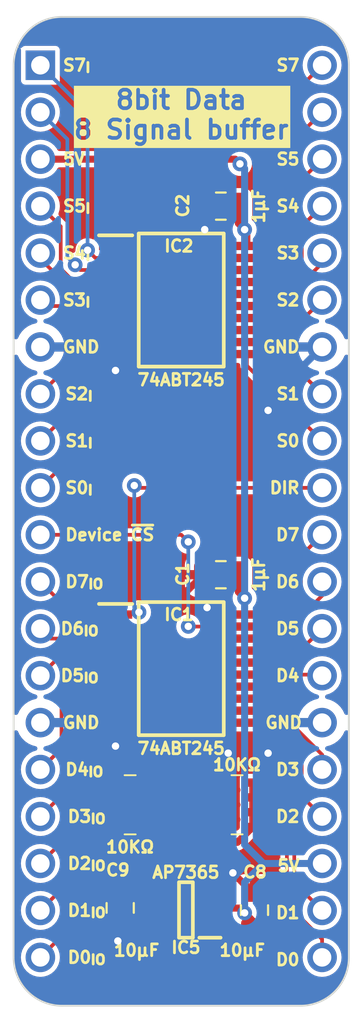
<source format=kicad_pcb>
(kicad_pcb (version 20221018) (generator pcbnew)
  (layers (0 "F.Cu" signal) (31 "B.Cu" signal) (36 "B.SilkS" user "B.Silkscreen") (37 "F.SilkS" user "F.Silkscreen") (38 "B.Mask" user) (39 "F.Mask" user) (44 "Edge.Cuts" user))
  (net 0 "")
  (net 1 "/5V")
  (net 2 "/GND")
  (net 3 "/3.3V")
  (net 4 "/DIR")
  (net 5 "/D0_{IN{slash}OUT}")
  (net 6 "/D1_{IN{slash}OUT}")
  (net 7 "/D2_{IN{slash}OUT}")
  (net 8 "/D3_{IN{slash}OUT}")
  (net 9 "/D4_{IN{slash}OUT}")
  (net 10 "/D5_{IN{slash}OUT}")
  (net 12 "/D0")
  (net 13 "/D1")
  (net 14 "/D2")
  (net 15 "/D3")
  (net 16 "/D4")
  (net 17 "/D5")
  (net 18 "/D6")
  (net 19 "/D7")
  (net 20 "/D6_{IN{slash}OUT}")
  (net 21 "/D7_{IN{slash}OUT}")
  (net 22 "/Device ~{CS}")
  (net 23 "/S0_{IN}")
  (net 24 "/S1_{IN}")
  (net 25 "/S2_{IN}")
  (net 26 "/S3_{IN}")
  (net 27 "/S4_{IN}")
  (net 28 "/S5_{IN}")
  (net 29 "/S6_{IN}")
  (net 30 "/S7_{IN}")
  (net 31 "/S7")
  (net 32 "/S6")
  (net 33 "/S5")
  (net 34 "/S4")
  (net 35 "/S3")
  (net 36 "/S2")
  (net 37 "/S1")
  (net 38 "/S0")
  (footprint "SamacSys_Parts:SOP65P780X200-20N" (layer "F.Cu") (at 96.52 71.12)
    (fp_text reference "IC2" (at -0.127 -2.921) (layer "F.SilkS") (effects (font (size 0.635 0.635))))
    (fp_text value "SN74ABT245BDBR" hide)
    (fp_text user "${Silkscreen}" (at 0 4.318) (layer "F.SilkS") (effects (font (size 0.635 0.635))))
    (fp_line (start -4.45 -3.5) (end -2.65 -3.5) (stroke (width 0.2)) (layer "F.SilkS"))
    (fp_line (start -2.3 -3.6) (end 2.3 -3.6) (stroke (width 0.2)) (layer "F.SilkS"))
    (fp_line (start -2.3 3.6) (end -2.3 -3.6) (stroke (width 0.2)) (layer "F.SilkS"))
    (fp_line (start 2.3 -3.6) (end 2.3 3.6) (stroke (width 0.2)) (layer "F.SilkS"))
    (fp_line (start 2.3 3.6) (end -2.3 3.6) (stroke (width 0.2)) (layer "F.SilkS"))
    (pad "1" smd rect (at -3.55 -2.925 90) (size 0.45 1.8) (layers "F.Cu" "F.Paste" "F.Mask") (net 1 "/5V"))
    (pad "2" smd rect (at -3.55 -2.275 90) (size 0.45 1.8) (layers "F.Cu" "F.Paste" "F.Mask") (net 30 "/S7_{IN}"))
    (pad "3" smd rect (at -3.55 -1.625 90) (size 0.45 1.8) (layers "F.Cu" "F.Paste" "F.Mask") (net 29 "/S6_{IN}"))
    (pad "4" smd rect (at -3.55 -0.975 90) (size 0.45 1.8) (layers "F.Cu" "F.Paste" "F.Mask") (net 28 "/S5_{IN}"))
    (pad "5" smd rect (at -3.55 -0.325 90) (size 0.45 1.8) (layers "F.Cu" "F.Paste" "F.Mask") (net 27 "/S4_{IN}"))
    (pad "6" smd rect (at -3.55 0.325 90) (size 0.45 1.8) (layers "F.Cu" "F.Paste" "F.Mask") (net 26 "/S3_{IN}"))
    (pad "7" smd rect (at -3.55 0.975 90) (size 0.45 1.8) (layers "F.Cu" "F.Paste" "F.Mask") (net 25 "/S2_{IN}"))
    (pad "8" smd rect (at -3.55 1.625 90) (size 0.45 1.8) (layers "F.Cu" "F.Paste" "F.Mask") (net 24 "/S1_{IN}"))
    (pad "9" smd rect (at -3.55 2.275 90) (size 0.45 1.8) (layers "F.Cu" "F.Paste" "F.Mask") (net 23 "/S0_{IN}"))
    (pad "10" smd rect (at -3.55 2.925 90) (size 0.45 1.8) (layers "F.Cu" "F.Paste" "F.Mask") (net 2 "/GND"))
    (pad "11" smd rect (at 3.55 2.925 90) (size 0.45 1.8) (layers "F.Cu" "F.Paste" "F.Mask") (net 38 "/S0"))
    (pad "12" smd rect (at 3.55 2.275 90) (size 0.45 1.8) (layers "F.Cu" "F.Paste" "F.Mask") (net 37 "/S1"))
    (pad "13" smd rect (at 3.55 1.625 90) (size 0.45 1.8) (layers "F.Cu" "F.Paste" "F.Mask") (net 36 "/S2"))
    (pad "14" smd rect (at 3.55 0.975 90) (size 0.45 1.8) (layers "F.Cu" "F.Paste" "F.Mask") (net 35 "/S3"))
    (pad "15" smd rect (at 3.55 0.325 90) (size 0.45 1.8) (layers "F.Cu" "F.Paste" "F.Mask") (net 34 "/S4"))
    (pad "16" smd rect (at 3.55 -0.325 90) (size 0.45 1.8) (layers "F.Cu" "F.Paste" "F.Mask") (net 33 "/S5"))
    (pad "17" smd rect (at 3.55 -0.975 90) (size 0.45 1.8) (layers "F.Cu" "F.Paste" "F.Mask") (net 32 "/S6"))
    (pad "18" smd rect (at 3.55 -1.625 90) (size 0.45 1.8) (layers "F.Cu" "F.Paste" "F.Mask") (net 31 "/S7"))
    (pad "19" smd rect (at 3.55 -2.275 90) (size 0.45 1.8) (layers "F.Cu" "F.Paste" "F.Mask") (net 2 "/GND"))
    (pad "20" smd rect (at 3.55 -2.925 90) (size 0.45 1.8) (layers "F.Cu" "F.Paste" "F.Mask") (net 1 "/5V"))
  )
  (footprint "SamacSys_Parts:C_0805" (layer "F.Cu") (at 100.4824 104.14)
    (fp_text reference "C8" (at 0.027 -2.075 180) (layer "F.SilkS") (effects (font (size 0.635 0.635))))
    (fp_text value "10µF" (at -0.6604 2.159) (layer "F.SilkS") (effects (font (size 0.635 0.635))))
    (fp_line (start -0.735 0.245252) (end -0.735 -0.277252) (stroke (width 0.12)) (layer "F.SilkS"))
    (fp_line (start 0.735 0.245252) (end 0.735 -0.277252) (stroke (width 0.12)) (layer "F.SilkS"))
    (pad "1" smd roundrect (at 0 0.934 90) (size 1 1.45) (layers "F.Cu" "F.Paste" "F.Mask") (net 1 "/5V"))
    (pad "2" smd roundrect (at 0 -0.966 90) (size 1 1.45) (layers "F.Cu" "F.Paste" "F.Mask") (net 2 "/GND"))
  )
  (footprint "SamacSys_Parts:CAY16-J4" (layer "F.Cu") (at 99.568 98.425 180)
    (fp_text reference "RN2" hide)
    (fp_text value "CAY16-103J4LF" hide)
    (fp_text user "${Silkscreen}" (at 0.029 2.159) (layer "F.SilkS") (effects (font (size 0.635 0.635))))
    (fp_line (start -0.271 -1.6) (end 0.329 -1.6) (stroke (width 0.1)) (layer "F.SilkS"))
    (fp_line (start -0.271 1.6) (end 0.329 1.6) (stroke (width 0.1)) (layer "F.SilkS"))
    (pad "1" smd rect (at 0.879 1.2 270) (size 0.45 0.9) (layers "F.Cu" "F.Paste" "F.Mask") (net 12 "/D0"))
    (pad "2" smd rect (at 0.879 0.4 270) (size 0.45 0.9) (layers "F.Cu" "F.Paste" "F.Mask") (net 13 "/D1"))
    (pad "3" smd rect (at 0.879 -0.4 270) (size 0.45 0.9) (layers "F.Cu" "F.Paste" "F.Mask") (net 14 "/D2"))
    (pad "4" smd rect (at 0.879 -1.2 270) (size 0.45 0.9) (layers "F.Cu" "F.Paste" "F.Mask") (net 15 "/D3"))
    (pad "5" smd rect (at -0.821 -1.2 270) (size 0.45 0.9) (layers "F.Cu" "F.Paste" "F.Mask") (net 3 "/3.3V"))
    (pad "6" smd rect (at -0.821 -0.4 270) (size 0.45 0.9) (layers "F.Cu" "F.Paste" "F.Mask") (net 3 "/3.3V"))
    (pad "7" smd rect (at -0.821 0.4 270) (size 0.45 0.9) (layers "F.Cu" "F.Paste" "F.Mask") (net 3 "/3.3V"))
    (pad "8" smd rect (at -0.821 1.2 270) (size 0.45 0.9) (layers "F.Cu" "F.Paste" "F.Mask") (net 3 "/3.3V"))
  )
  (footprint "SamacSys_Parts:CAY16-J4" (layer "F.Cu") (at 93.726 98.425)
    (fp_text reference "RN1" hide)
    (fp_text value "CAY16-103J4LF" hide)
    (fp_text user "${Silkscreen}" (at 0.029 2.286) (layer "F.SilkS") (effects (font (size 0.635 0.635))))
    (fp_line (start -0.271 -1.6) (end 0.329 -1.6) (stroke (width 0.1)) (layer "F.SilkS"))
    (fp_line (start -0.271 1.6) (end 0.329 1.6) (stroke (width 0.1)) (layer "F.SilkS"))
    (pad "1" smd rect (at 0.879 1.2 90) (size 0.45 0.9) (layers "F.Cu" "F.Paste" "F.Mask") (net 16 "/D4"))
    (pad "2" smd rect (at 0.879 0.4 90) (size 0.45 0.9) (layers "F.Cu" "F.Paste" "F.Mask") (net 17 "/D5"))
    (pad "3" smd rect (at 0.879 -0.4 90) (size 0.45 0.9) (layers "F.Cu" "F.Paste" "F.Mask") (net 18 "/D6"))
    (pad "4" smd rect (at 0.879 -1.2 90) (size 0.45 0.9) (layers "F.Cu" "F.Paste" "F.Mask") (net 19 "/D7"))
    (pad "5" smd rect (at -0.821 -1.2 90) (size 0.45 0.9) (layers "F.Cu" "F.Paste" "F.Mask") (net 3 "/3.3V"))
    (pad "6" smd rect (at -0.821 -0.4 90) (size 0.45 0.9) (layers "F.Cu" "F.Paste" "F.Mask") (net 3 "/3.3V"))
    (pad "7" smd rect (at -0.821 0.4 90) (size 0.45 0.9) (layers "F.Cu" "F.Paste" "F.Mask") (net 3 "/3.3V"))
    (pad "8" smd rect (at -0.821 1.2 90) (size 0.45 0.9) (layers "F.Cu" "F.Paste" "F.Mask") (net 3 "/3.3V"))
  )
  (footprint "SamacSys_Parts:C_0805" (layer "F.Cu") (at 98.679 66.04 90)
    (fp_text reference "C2" (at 0.027 -2.075 90) (layer "F.SilkS") (effects (font (size 0.635 0.635))))
    (fp_text value "1μF" (at 0 2.032 90) (layer "F.SilkS") (effects (font (size 0.635 0.635))))
    (fp_line (start -0.735 0.245252) (end -0.735 -0.277252) (stroke (width 0.12)) (layer "F.SilkS"))
    (fp_line (start 0.735 0.245252) (end 0.735 -0.277252) (stroke (width 0.12)) (layer "F.SilkS"))
    (pad "1" smd roundrect (at 0 0.934 180) (size 1 1.45) (layers "F.Cu" "F.Paste" "F.Mask") (net 1 "/5V"))
    (pad "2" smd roundrect (at 0 -0.966 180) (size 1 1.45) (layers "F.Cu" "F.Paste" "F.Mask") (net 2 "/GND"))
  )
  (footprint "SamacSys_Parts:SOP65P780X200-20N" (layer "F.Cu") (at 96.52 91.059)
    (fp_text reference "IC1" (at -0.127 -2.921) (layer "F.SilkS") (effects (font (size 0.635 0.635))))
    (fp_text value "SN74ABT245BDBR" hide)
    (fp_text user "${Silkscreen}" (at 0 4.318) (layer "F.SilkS") (effects (font (size 0.635 0.635))))
    (fp_line (start -4.45 -3.5) (end -2.65 -3.5) (stroke (width 0.2)) (layer "F.SilkS"))
    (fp_line (start -2.3 -3.6) (end 2.3 -3.6) (stroke (width 0.2)) (layer "F.SilkS"))
    (fp_line (start -2.3 3.6) (end -2.3 -3.6) (stroke (width 0.2)) (layer "F.SilkS"))
    (fp_line (start 2.3 -3.6) (end 2.3 3.6) (stroke (width 0.2)) (layer "F.SilkS"))
    (fp_line (start 2.3 3.6) (end -2.3 3.6) (stroke (width 0.2)) (layer "F.SilkS"))
    (pad "1" smd rect (at -3.55 -2.925 90) (size 0.45 1.8) (layers "F.Cu" "F.Paste" "F.Mask") (net 4 "/DIR"))
    (pad "2" smd rect (at -3.55 -2.275 90) (size 0.45 1.8) (layers "F.Cu" "F.Paste" "F.Mask") (net 21 "/D7_{IN{slash}OUT}"))
    (pad "3" smd rect (at -3.55 -1.625 90) (size 0.45 1.8) (layers "F.Cu" "F.Paste" "F.Mask") (net 20 "/D6_{IN{slash}OUT}"))
    (pad "4" smd rect (at -3.55 -0.975 90) (size 0.45 1.8) (layers "F.Cu" "F.Paste" "F.Mask") (net 10 "/D5_{IN{slash}OUT}"))
    (pad "5" smd rect (at -3.55 -0.325 90) (size 0.45 1.8) (layers "F.Cu" "F.Paste" "F.Mask") (net 9 "/D4_{IN{slash}OUT}"))
    (pad "6" smd rect (at -3.55 0.325 90) (size 0.45 1.8) (layers "F.Cu" "F.Paste" "F.Mask") (net 8 "/D3_{IN{slash}OUT}"))
    (pad "7" smd rect (at -3.55 0.975 90) (size 0.45 1.8) (layers "F.Cu" "F.Paste" "F.Mask") (net 7 "/D2_{IN{slash}OUT}"))
    (pad "8" smd rect (at -3.55 1.625 90) (size 0.45 1.8) (layers "F.Cu" "F.Paste" "F.Mask") (net 6 "/D1_{IN{slash}OUT}"))
    (pad "9" smd rect (at -3.55 2.275 90) (size 0.45 1.8) (layers "F.Cu" "F.Paste" "F.Mask") (net 5 "/D0_{IN{slash}OUT}"))
    (pad "10" smd rect (at -3.55 2.925 90) (size 0.45 1.8) (layers "F.Cu" "F.Paste" "F.Mask") (net 2 "/GND"))
    (pad "11" smd rect (at 3.55 2.925 90) (size 0.45 1.8) (layers "F.Cu" "F.Paste" "F.Mask") (net 12 "/D0"))
    (pad "12" smd rect (at 3.55 2.275 90) (size 0.45 1.8) (layers "F.Cu" "F.Paste" "F.Mask") (net 13 "/D1"))
    (pad "13" smd rect (at 3.55 1.625 90) (size 0.45 1.8) (layers "F.Cu" "F.Paste" "F.Mask") (net 14 "/D2"))
    (pad "14" smd rect (at 3.55 0.975 90) (size 0.45 1.8) (layers "F.Cu" "F.Paste" "F.Mask") (net 15 "/D3"))
    (pad "15" smd rect (at 3.55 0.325 90) (size 0.45 1.8) (layers "F.Cu" "F.Paste" "F.Mask") (net 16 "/D4"))
    (pad "16" smd rect (at 3.55 -0.325 90) (size 0.45 1.8) (layers "F.Cu" "F.Paste" "F.Mask") (net 17 "/D5"))
    (pad "17" smd rect (at 3.55 -0.975 90) (size 0.45 1.8) (layers "F.Cu" "F.Paste" "F.Mask") (net 18 "/D6"))
    (pad "18" smd rect (at 3.55 -1.625 90) (size 0.45 1.8) (layers "F.Cu" "F.Paste" "F.Mask") (net 19 "/D7"))
    (pad "19" smd rect (at 3.55 -2.275 90) (size 0.45 1.8) (layers "F.Cu" "F.Paste" "F.Mask") (net 22 "/Device ~{CS}"))
    (pad "20" smd rect (at 3.55 -2.925 90) (size 0.45 1.8) (layers "F.Cu" "F.Paste" "F.Mask") (net 1 "/5V"))
  )
  (footprint "SamacSys_Parts:C_0805" (layer "F.Cu") (at 93.218 103.9876 180)
    (fp_text reference "C9" (at 0.127 2.032) (layer "F.SilkS") (effects (font (size 0.635 0.635))))
    (fp_text value "10µF" (at -0.889 -2.3114) (layer "F.SilkS") (effects (font (size 0.635 0.635))))
    (fp_line (start -0.735 0.245252) (end -0.735 -0.277252) (stroke (width 0.12)) (layer "F.SilkS"))
    (fp_line (start 0.735 0.245252) (end 0.735 -0.277252) (stroke (width 0.12)) (layer "F.SilkS"))
    (pad "1" smd roundrect (at 0 0.934 270) (size 1 1.45) (layers "F.Cu" "F.Paste" "F.Mask") (net 3 "/3.3V"))
    (pad "2" smd roundrect (at 0 -0.966 270) (size 1 1.45) (layers "F.Cu" "F.Paste" "F.Mask") (net 2 "/GND"))
  )
  (footprint "SamacSys_Parts:SOT95P285X130-5N" (layer "F.Cu") (at 96.774 104.1146 180)
    (fp_text reference "IC5" (at 0 -2.032 180) (layer "F.SilkS") (effects (font (size 0.635 0.635))))
    (fp_text value "AP7365-33WG-7" hide)
    (fp_text user "${Silkscreen}" (at 0 2.032 180) (layer "F.SilkS") (effects (font (size 0.635 0.635))))
    (fp_line (start -1.875 -1.5) (end -0.725 -1.5) (stroke (width 0.2)) (layer "F.SilkS"))
    (fp_line (start -0.375 -1.5) (end 0.375 -1.5) (stroke (width 0.2)) (layer "F.SilkS"))
    (fp_line (start -0.375 1.5) (end -0.375 -1.5) (stroke (width 0.2)) (layer "F.SilkS"))
    (fp_line (start 0.375 -1.5) (end 0.375 1.5) (stroke (width 0.2)) (layer "F.SilkS"))
    (fp_line (start 0.375 1.5) (end -0.375 1.5) (stroke (width 0.2)) (layer "F.SilkS"))
    (pad "1" smd rect (at -1.3 -0.95 270) (size 0.6 1.15) (layers "F.Cu" "F.Paste" "F.Mask") (net 1 "/5V"))
    (pad "2" smd rect (at -1.3 0 270) (size 0.6 1.15) (layers "F.Cu" "F.Paste" "F.Mask") (net 2 "/GND"))
    (pad "3" smd rect (at -1.3 0.95 270) (size 0.6 1.15) (layers "F.Cu" "F.Paste" "F.Mask") (net 1 "/5V"))
    (pad "4" smd rect (at 1.3 0.95 270) (size 0.6 1.15) (layers "F.Cu" "F.Paste" "F.Mask"))
    (pad "5" smd rect (at 1.3 -0.95 270) (size 0.6 1.15) (layers "F.Cu" "F.Paste" "F.Mask") (net 3 "/3.3V"))
  )
  (footprint "SamacSys_Parts:C_0805" (layer "F.Cu") (at 98.679 85.979 90)
    (fp_text reference "C1" (at 0.027 -2.075 90) (layer "F.SilkS") (effects (font (size 0.635 0.635))))
    (fp_text value "1μF" (at 0 2.032 90) (layer "F.SilkS") (effects (font (size 0.635 0.635))))
    (fp_line (start -0.735 0.245252) (end -0.735 -0.277252) (stroke (width 0.12)) (layer "F.SilkS"))
    (fp_line (start 0.735 0.245252) (end 0.735 -0.277252) (stroke (width 0.12)) (layer "F.SilkS"))
    (pad "1" smd roundrect (at 0 0.934 180) (size 1 1.45) (layers "F.Cu" "F.Paste" "F.Mask") (net 1 "/5V"))
    (pad "2" smd roundrect (at 0 -0.966 180) (size 1 1.45) (layers "F.Cu" "F.Paste" "F.Mask") (net 2 "/GND"))
  )
  (footprint "SamacSys_Parts:DIP-40_Board_W15.24mm" (layer "F.Cu") (at 88.9 58.42)
    (fp_text reference "J2" hide)
    (fp_text value "Conn_02x20_Counter_Clockwise" hide)
    (pad "1" thru_hole rect (at 0 0) (size 1.6 1.6) (drill 1) (layers "*.Cu" "*.Mask") (net 30 "/S7_{IN}"))
    (pad "2" thru_hole oval (at 0 2.54) (size 1.6 1.6) (drill 1) (layers "*.Cu" "*.Mask") (net 29 "/S6_{IN}"))
    (pad "3" thru_hole oval (at 0 5.08) (size 1.6 1.6) (drill 1) (layers "*.Cu" "*.Mask") (net 1 "/5V"))
    (pad "4" thru_hole oval (at 0 7.62) (size 1.6 1.6) (drill 1) (layers "*.Cu" "*.Mask") (net 28 "/S5_{IN}"))
    (pad "5" thru_hole oval (at 0 10.16) (size 1.6 1.6) (drill 1) (layers "*.Cu" "*.Mask") (net 27 "/S4_{IN}"))
    (pad "6" thru_hole oval (at 0 12.7) (size 1.6 1.6) (drill 1) (layers "*.Cu" "*.Mask") (net 26 "/S3_{IN}"))
    (pad "7" thru_hole oval (at 0 15.24) (size 1.6 1.6) (drill 1) (layers "*.Cu" "*.Mask") (net 2 "/GND"))
    (pad "8" thru_hole oval (at 0 17.78) (size 1.6 1.6) (drill 1) (layers "*.Cu" "*.Mask") (net 25 "/S2_{IN}"))
    (pad "9" thru_hole oval (at 0 20.32) (size 1.6 1.6) (drill 1) (layers "*.Cu" "*.Mask") (net 24 "/S1_{IN}"))
    (pad "10" thru_hole oval (at 0 22.86) (size 1.6 1.6) (drill 1) (layers "*.Cu" "*.Mask") (net 23 "/S0_{IN}"))
    (pad "11" thru_hole oval (at 0 25.4) (size 1.6 1.6) (drill 1) (layers "*.Cu" "*.Mask") (net 22 "/Device ~{CS}"))
    (pad "12" thru_hole oval (at 0 27.94) (size 1.6 1.6) (drill 1) (layers "*.Cu" "*.Mask") (net 21 "/D7_{IN{slash}OUT}"))
    (pad "13" thru_hole oval (at 0 30.48) (size 1.6 1.6) (drill 1) (layers "*.Cu" "*.Mask") (net 20 "/D6_{IN{slash}OUT}"))
    (pad "14" thru_hole oval (at 0 33.02) (size 1.6 1.6) (drill 1) (layers "*.Cu" "*.Mask") (net 10 "/D5_{IN{slash}OUT}"))
    (pad "15" thru_hole oval (at 0 35.56) (size 1.6 1.6) (drill 1) (layers "*.Cu" "*.Mask") (net 2 "/GND"))
    (pad "16" thru_hole oval (at 0 38.1) (size 1.6 1.6) (drill 1) (layers "*.Cu" "*.Mask") (net 9 "/D4_{IN{slash}OUT}"))
    (pad "17" thru_hole oval (at 0 40.64) (size 1.6 1.6) (drill 1) (layers "*.Cu" "*.Mask") (net 8 "/D3_{IN{slash}OUT}"))
    (pad "18" thru_hole oval (at 0 43.18) (size 1.6 1.6) (drill 1) (layers "*.Cu" "*.Mask") (net 7 "/D2_{IN{slash}OUT}"))
    (pad "19" thru_hole oval (at 0 45.72) (size 1.6 1.6) (drill 1) (layers "*.Cu" "*.Mask") (net 6 "/D1_{IN{slash}OUT}"))
    (pad "20" thru_hole oval (at 0 48.26) (size 1.6 1.6) (drill 1) (layers "*.Cu" "*.Mask") (net 5 "/D0_{IN{slash}OUT}"))
    (pad "21" thru_hole oval (at 15.24 48.26) (size 1.6 1.6) (drill 1) (layers "*.Cu" "*.Mask") (net 12 "/D0"))
    (pad "22" thru_hole oval (at 15.24 45.72) (size 1.6 1.6) (drill 1) (layers "*.Cu" "*.Mask") (net 13 "/D1"))
    (pad "23" thru_hole oval (at 15.24 43.18) (size 1.6 1.6) (drill 1) (layers "*.Cu" "*.Mask") (net 1 "/5V"))
    (pad "24" thru_hole oval (at 15.24 40.64) (size 1.6 1.6) (drill 1) (layers "*.Cu" "*.Mask") (net 14 "/D2"))
    (pad "25" thru_hole oval (at 15.24 38.1) (size 1.6 1.6) (drill 1) (layers "*.Cu" "*.Mask") (net 15 "/D3"))
    (pad "26" thru_hole oval (at 15.24 35.56) (size 1.6 1.6) (drill 1) (layers "*.Cu" "*.Mask") (net 2 "/GND"))
    (pad "27" thru_hole oval (at 15.24 33.02) (size 1.6 1.6) (drill 1) (layers "*.Cu" "*.Mask") (net 16 "/D4"))
    (pad "28" thru_hole oval (at 15.24 30.48) (size 1.6 1.6) (drill 1) (layers "*.Cu" "*.Mask") (net 17 "/D5"))
    (pad "29" thru_hole oval (at 15.24 27.94) (size 1.6 1.6) (drill 1) (layers "*.Cu" "*.Mask") (net 18 "/D6"))
    (pad "30" thru_hole oval (at 15.24 25.4) (size 1.6 1.6) (drill 1) (layers "*.Cu" "*.Mask") (net 19 "/D7"))
    (pad "31" thru_hole oval (at 15.24 22.86) (size 1.6 1.6) (drill 1) (layers "*.Cu" "*.Mask") (net 4 "/DIR"))
    (pad "32" thru_hole oval (at 15.24 20.32) (size 1.6 1.6) (drill 1) (layers "*.Cu" "*.Mask") (net 38 "/S0"))
    (pad "33" thru_hole oval (at 15.24 17.78) (size 1.6 1.6) (drill 1) (layers "*.Cu" "*.Mask") (net 37 "/S1"))
    (pad "34" thru_hole oval (at 15.24 15.24) (size 1.6 1.6) (drill 1) (layers "*.Cu" "*.Mask") (net 2 "/GND"))
    (pad "35" thru_hole oval (at 15.24 12.7) (size 1.6 1.6) (drill 1) (layers "*.Cu" "*.Mask") (net 36 "/S2"))
    (pad "36" thru_hole oval (at 15.24 10.16) (size 1.6 1.6) (drill 1) (layers "*.Cu" "*.Mask") (net 35 "/S3"))
    (pad "37" thru_hole oval (at 15.24 7.62) (size 1.6 1.6) (drill 1) (layers "*.Cu" "*.Mask") (net 34 "/S4"))
    (pad "38" thru_hole oval (at 15.24 5.08) (size 1.6 1.6) (drill 1) (layers "*.Cu" "*.Mask") (net 33 "/S5"))
    (pad "39" thru_hole oval (at 15.24 2.54) (size 1.6 1.6) (drill 1) (layers "*.Cu" "*.Mask") (net 32 "/S6"))
    (pad "40" thru_hole oval (at 15.24 0) (size 1.6 1.6) (drill 1) (layers "*.Cu" "*.Mask") (net 31 "/S7"))
  )
  (gr_line (start 102.971601 109.293733) (end 90.068401 109.293733) (stroke (width 0.1)) (layer "Edge.Cuts"))
  (gr_line (start 90.0684 55.806268) (end 102.9716 55.806268) (stroke (width 0.1)) (layer "Edge.Cuts"))
  (gr_line (start 87.454668 106.68) (end 87.454668 58.42) (stroke (width 0.1)) (layer "Edge.Cuts"))
  (gr_arc (start 87.454668 58.42) (mid 88.220212 56.571812) (end 90.0684 55.806268) (stroke (width 0.1)) (layer "Edge.Cuts"))
  (gr_arc (start 102.9716 55.806268) (mid 104.819788 56.571812) (end 105.585332 58.42) (stroke (width 0.1)) (layer "Edge.Cuts"))
  (gr_arc (start 90.068401 109.293733) (mid 88.220212 108.528189) (end 87.454668 106.68) (stroke (width 0.1)) (layer "Edge.Cuts"))
  (gr_line (start 105.585333 106.680001) (end 105.585332 58.42) (stroke (width 0.1)) (layer "Edge.Cuts"))
  (gr_arc (start 105.585333 106.680001) (mid 104.819789 108.528189) (end 102.971601 109.293733) (stroke (width 0.1)) (layer "Edge.Cuts"))
  (gr_text "S3_{I}" (at 90.043 71.12) (layer "F.SilkS") (effects (font (size 0.635 0.635)) (justify left)))
  (gr_text "S5" (at 102.997 63.5) (layer "F.SilkS") (effects (font (size 0.635 0.635)) (justify right)))
  (gr_text "S4_{I}" (at 90.043 68.58) (layer "F.SilkS") (effects (font (size 0.635 0.635)) (justify left)))
  (gr_text "D7" (at 102.997 83.82) (layer "F.SilkS") (effects (font (size 0.635 0.635)) (justify right)))
  (gr_text "5V" (at 90.043 63.5) (layer "F.SilkS") (effects (font (size 0.635 0.635)) (justify left)))
  (gr_text "D4" (at 102.997 91.44) (layer "F.SilkS") (effects (font (size 0.635 0.635)) (justify right)))
  (gr_text "S3" (at 102.997 68.58) (layer "F.SilkS") (effects (font (size 0.635 0.635)) (justify right)))
  (gr_text "D6" (at 102.997 86.36) (layer "F.SilkS") (effects (font (size 0.635 0.635)) (justify right)))
  (gr_text "GND" (at 102.997 73.66) (layer "F.SilkS") (effects (font (size 0.635 0.635)) (justify right)))
  (gr_text "D5" (at 102.997 88.9) (layer "F.SilkS") (effects (font (size 0.635 0.635)) (justify right)))
  (gr_text "S5_{I}" (at 90.043 66.04) (layer "F.SilkS") (effects (font (size 0.635 0.635)) (justify left)))
  (gr_text "D4_{IO}" (at 90.17 96.52) (layer "F.SilkS") (effects (font (size 0.635 0.635)) (justify left)))
  (gr_text "D5_{IO}" (at 89.916 91.44) (layer "F.SilkS") (effects (font (size 0.635 0.635)) (justify left)))
  (gr_text "D6_{IO}" (at 89.916 88.9) (layer "F.SilkS") (effects (font (size 0.635 0.635)) (justify left)))
  (gr_text "D7_{IO}" (at 90.17 86.36) (layer "F.SilkS") (effects (font (size 0.635 0.635)) (justify left)))
  (gr_text "S7" (at 102.997 58.42) (layer "F.SilkS") (effects (font (size 0.635 0.635)) (justify right)))
  (gr_text "S1" (at 102.997 76.2) (layer "F.SilkS") (effects (font (size 0.635 0.635)) (justify right)))
  (gr_text "S4" (at 102.997 66.04) (layer "F.SilkS") (effects (font (size 0.635 0.635)) (justify right)))
  (gr_text "S2_{I}" (at 90.17 76.2) (layer "F.SilkS") (effects (font (size 0.635 0.635)) (justify left)))
  (gr_text "D1_{IO}" (at 90.297 104.14) (layer "F.SilkS") (effects (font (size 0.635 0.635)) (justify left)))
  (gr_text "S7_{I}" (at 90.043 58.42) (layer "F.SilkS") (effects (font (size 0.635 0.635)) (justify left)))
  (gr_text "GND" (at 90.043 93.98) (layer "F.SilkS") (effects (font (size 0.635 0.635)) (justify left)))
  (gr_text "S0_{I}" (at 90.17 81.28) (layer "F.SilkS") (effects (font (size 0.635 0.635)) (justify left)))
  (gr_text "D0_{IO}" (at 90.297 106.68) (layer "F.SilkS") (effects (font (size 0.635 0.635)) (justify left)))
  (gr_text "D1" (at 102.997 104.267) (layer "F.SilkS") (effects (font (size 0.635 0.635)) (justify right)))
  (gr_text "S1_{I}" (at 90.17 78.74) (layer "F.SilkS") (effects (font (size 0.635 0.635)) (justify left)))
  (gr_text "D3_{IO}" (at 90.297 99.06) (layer "F.SilkS") (effects (font (size 0.635 0.635)) (justify left)))
  (gr_text "D2_{IO}" (at 90.297 101.6) (layer "F.SilkS") (effects (font (size 0.635 0.635)) (justify left)))
  (gr_text "S0" (at 102.997 78.74) (layer "F.SilkS") (effects (font (size 0.635 0.635)) (justify right)))
  (gr_text "DIR" (at 102.997 81.28) (layer "F.SilkS") (effects (font (size 0.635 0.635)) (justify right)))
  (gr_text "5V" (at 102.997 101.727) (layer "F.SilkS") (effects (font (size 0.635 0.635)) (justify right)))
  (gr_text "Device ~{CS}" (at 90.17 83.82) (layer "F.SilkS") (effects (font (size 0.635 0.635)) (justify left)))
  (gr_text "S2" (at 102.997 71.12) (layer "F.SilkS") (effects (font (size 0.635 0.635)) (justify right)))
  (gr_text "GND" (at 90.043 73.66) (layer "F.SilkS") (effects (font (size 0.635 0.635)) (justify left)))
  (gr_text "8bit Data\n8 Signal buffer" (at 96.52 62.484) (layer "F.SilkS" knockout) (effects (font (size 1 1) (thickness 0.2) bold) (justify bottom)))
  (gr_text "D3" (at 102.997 96.52) (layer "F.SilkS") (effects (font (size 0.635 0.635)) (justify right)))
  (gr_text "GND" (at 103.124 93.98) (layer "F.SilkS") (effects (font (size 0.635 0.635)) (justify right)))
  (gr_text "D2" (at 102.997 99.06) (layer "F.SilkS") (effects (font (size 0.635 0.635)) (justify right)))
  (gr_text "D0" (at 102.997 106.807) (layer "F.SilkS") (effects (font (size 0.635 0.635)) (justify right)))
  (segment (start 99.029 103.1646) (end 98.074 103.1646) (width 0.38) (layer "F.Cu") (net 1))
  (segment (start 99.613 66.04) (end 99.613 66.973998) (width 0.38) (layer "F.Cu") (net 1))
  (segment (start 98.074 105.0646) (end 99.029 105.0646) (width 0.38) (layer "F.Cu") (net 1))
  (segment (start 100.07 68.195) (end 100.07 67.430998) (width 0.38) (layer "F.Cu") (net 1))
  (segment (start 99.039 104.013) (end 99.695 104.013) (width 0.38) (layer "F.Cu") (net 1))
  (segment (start 92.97 63.506) (end 92.964 63.5) (width 0.38) (layer "F.Cu") (net 1))
  (segment (start 99.039 104.013) (end 99.039 103.1746) (width 0.38) (layer "F.Cu") (net 1))
  (segment (start 92.97 68.195) (end 92.97 63.506) (width 0.38) (layer "F.Cu") (net 1))
  (segment (start 99.695 104.013) (end 100.4824 104.8004) (width 0.38) (layer "F.Cu") (net 1))
  (segment (start 99.039 105.0546) (end 99.039 104.013) (width 0.38) (layer "F.Cu") (net 1))
  (segment (start 99.441 63.5) (end 92.964 63.5) (width 0.38) (layer "F.Cu") (net 1))
  (segment (start 99.613 86.913) (end 99.613 85.979) (width 0.38) (layer "F.Cu") (net 1))
  (segment (start 99.949 88.013) (end 100.07 88.134) (width 0.38) (layer "F.Cu") (net 1))
  (segment (start 99.029 105.0646) (end 99.039 105.0546) (width 0.38) (layer "F.Cu") (net 1))
  (segment (start 99.039 103.1746) (end 99.029 103.1646) (width 0.38) (layer "F.Cu") (net 1))
  (segment (start 100.07 67.430998) (end 99.949 67.309998) (width 0.38) (layer "F.Cu") (net 1))
  (segment (start 92.964 63.5) (end 88.9 63.5) (width 0.38) (layer "F.Cu") (net 1))
  (segment (start 99.949 87.249) (end 99.613 86.913) (width 0.38) (layer "F.Cu") (net 1))
  (segment (start 99.613 66.973998) (end 99.949 67.309998) (width 0.38) (layer "F.Cu") (net 1))
  (segment (start 99.949 87.249) (end 99.949 88.013) (width 0.38) (layer "F.Cu") (net 1))
  (segment (start 99.695 63.754) (end 99.441 63.5) (width 0.38) (layer "F.Cu") (net 1))
  (via (at 99.695 63.754) (size 0.8) (drill 0.4) (layers "F.Cu" "B.Cu") (net 1))
  (via (at 99.949 67.309998) (size 0.8) (drill 0.4) (layers "F.Cu" "B.Cu") (net 1))
  (via (at 99.94869 104.271469) (size 0.8) (drill 0.4) (layers "F.Cu" "B.Cu") (net 1))
  (via (at 99.949 87.249) (size 0.8) (drill 0.4) (layers "F.Cu" "B.Cu") (net 1))
  (segment (start 100.965 101.6) (end 99.949 100.584) (width 0.38) (layer "B.Cu") (net 1))
  (segment (start 99.949 100.584) (end 99.949 87.249) (width 0.38) (layer "B.Cu") (net 1))
  (segment (start 99.949 87.249) (end 99.949 67.309998) (width 0.38) (layer "B.Cu") (net 1))
  (segment (start 104.14 101.6) (end 100.965 101.6) (width 0.38) (layer "B.Cu") (net 1))
  (segment (start 100.965 101.6) (end 99.94869 102.61631) (width 0.38) (layer "B.Cu") (net 1))
  (segment (start 99.94869 102.61631) (end 99.94869 104.271469) (width 0.38) (layer "B.Cu") (net 1))
  (segment (start 99.949 64.008) (end 99.695 63.754) (width 0.38) (layer "B.Cu") (net 1))
  (segment (start 99.949 67.309998) (end 99.949 64.008) (width 0.38) (layer "B.Cu") (net 1))
  (segment (start 94.26 74.01) (end 94.26 69.062) (width 0.38) (layer "F.Cu") (net 2))
  (segment (start 97.79 67.31) (end 97.79 66.117) (width 0.38) (layer "F.Cu") (net 2))
  (segment (start 97.369 104.1146) (end 96.774 104.7096) (width 0.38) (layer "F.Cu") (net 2))
  (segment (start 94.25 93.984) (end 94.26 93.974) (width 0.38) (layer "F.Cu") (net 2))
  (segment (start 92.97 93.984) (end 92.97 95.244) (width 0.38) (layer "F.Cu") (net 2))
  (segment (start 96.774 104.7096) (end 96.774 106.187085) (width 0.38) (layer "F.Cu") (net 2))
  (segment (start 94.26 69.062) (end 97.282 66.04) (width 0.38) (layer "F.Cu") (net 2))
  (segment (start 92.97 93.984) (end 94.25 93.984) (width 0.38) (layer "F.Cu") (net 2))
  (segment (start 101.219 95.631) (end 99.06 95.631) (width 0.38) (layer "F.Cu") (net 2))
  (segment (start 100.38 103.174) (end 99.314 102.108) (width 0.38) (layer "F.Cu") (net 2))
  (segment (start 93.218 104.9536) (end 94.451485 106.187085) (width 0.38) (layer "F.Cu") (net 2))
  (segment (start 101.219 77.089) (end 99.06 74.93) (width 0.38) (layer "F.Cu") (net 2))
  (segment (start 94.26 93.974) (end 94.26 89.432) (width 0.38) (layer "F.Cu") (net 2))
  (segment (start 97.713 87.553) (end 97.917 87.757) (width 0.38) (layer "F.Cu") (net 2))
  (segment (start 94.225 74.045) (end 94.26 74.01) (width 0.38) (layer "F.Cu") (net 2))
  (segment (start 92.97 74.045) (end 92.97 74.924) (width 0.38) (layer "F.Cu") (net 2))
  (segment (start 92.97 95.244) (end 92.964 95.25) (width 0.38) (layer "F.Cu") (net 2))
  (segment (start 94.26 89.432) (end 97.713 85.979) (width 0.38) (layer "F.Cu") (net 2))
  (segment (start 101.39583 106.187085) (end 101.727 105.855915) (width 0.38) (layer "F.Cu") (net 2))
  (segment (start 94.451485 106.187085) (end 96.774 106.187085) (width 0.38) (layer "F.Cu") (net 2))
  (segment (start 93.091 105.791) (end 93.091 105.0806) (width 0.38) (layer "F.Cu") (net 2))
  (segment (start 98.074 104.1146) (end 97.369 104.1146) (width 0.38) (layer "F.Cu") (net 2))
  (segment (start 97.282 66.04) (end 97.713 66.04) (width 0.38) (layer "F.Cu") (net 2))
  (segment (start 96.774 106.187085) (end 101.39583 106.187085) (width 0.38) (layer "F.Cu") (net 2))
  (segment (start 101.727 105.855915) (end 101.727 104.4186) (width 0.38) (layer "F.Cu") (net 2))
  (segment (start 92.97 74.924) (end 92.964 74.93) (width 0.38) (layer "F.Cu") (net 2))
  (segment (start 101.727 104.4186) (end 100.4824 103.174) (width 0.38) (layer "F.Cu") (net 2))
  (segment (start 92.97 74.045) (end 94.225 74.045) (width 0.38) (layer "F.Cu") (net 2))
  (segment (start 99.06 74.93) (end 92.964 74.93) (width 0.38) (layer "F.Cu") (net 2))
  (segment (start 97.713 85.979) (end 97.713 87.553) (width 0.38) (layer "F.Cu") (net 2))
  (via (at 92.964 74.93) (size 0.8) (drill 0.4) (layers "F.Cu" "B.Cu") (net 2))
  (via (at 101.219 77.089) (size 0.8) (drill 0.4) (layers "F.Cu" "B.Cu") (net 2))
  (via (at 101.219 95.631) (size 0.8) (drill 0.4) (layers "F.Cu" "B.Cu") (net 2))
  (via (at 99.314 102.108) (size 0.8) (drill 0.4) (layers "F.Cu" "B.Cu") (net 2))
  (via (at 97.79 67.31) (size 0.8) (drill 0.4) (layers "F.Cu" "B.Cu") (net 2))
  (via (at 92.964 95.25) (size 0.8) (drill 0.4) (layers "F.Cu" "B.Cu") (net 2))
  (via (at 93.091 105.791) (size 0.8) (drill 0.4) (layers "F.Cu" "B.Cu") (net 2))
  (via (at 97.917 87.757) (size 0.8) (drill 0.4) (layers "F.Cu" "B.Cu") (net 2))
  (via (at 99.06 95.631) (size 0.8) (drill 0.4) (layers "F.Cu" "B.Cu") (net 2))
  (segment (start 101.219 76.581) (end 101.219 77.089) (width 0.38) (layer "B.Cu") (net 2))
  (segment (start 91.44 73.66) (end 91.694 73.66) (width 0.38) (layer "B.Cu") (net 2))
  (segment (start 102.87 93.98) (end 101.219 95.631) (width 0.38) (layer "B.Cu") (net 2))
  (segment (start 91.694 73.66) (end 92.964 74.93) (width 0.38) (layer "B.Cu") (net 2))
  (segment (start 99.314 95.885) (end 99.06 95.631) (width 0.38) (layer "B.Cu") (net 2))
  (segment (start 92.964 105.664) (end 93.091 105.791) (width 0.38) (layer "B.Cu") (net 2))
  (segment (start 92.964 95.25) (end 92.964 105.664) (width 0.38) (layer "B.Cu") (net 2))
  (segment (start 93.345 93.98) (end 88.9 93.98) (width 0.38) (layer "B.Cu") (net 2))
  (segment (start 91.44 73.66) (end 97.79 67.31) (width 0.38) (layer "B.Cu") (net 2))
  (segment (start 104.14 93.98) (end 102.87 93.98) (width 0.38) (layer "B.Cu") (net 2))
  (segment (start 97.917 87.757) (end 97.917 89.408) (width 0.38) (layer "B.Cu") (net 2))
  (segment (start 99.06 95.631) (end 94.996 95.631) (width 0.38) (layer "B.Cu") (net 2))
  (segment (start 88.9 73.66) (end 91.44 73.66) (width 0.38) (layer "B.Cu") (net 2))
  (segment (start 99.314 102.108) (end 99.314 95.885) (width 0.38) (layer "B.Cu") (net 2))
  (segment (start 104.14 73.66) (end 101.219 76.581) (width 0.38) (layer "B.Cu") (net 2))
  (segment (start 94.996 95.631) (end 93.345 93.98) (width 0.38) (layer "B.Cu") (net 2))
  (segment (start 97.917 89.408) (end 93.345 93.98) (width 0.38) (layer "B.Cu") (net 2))
  (segment (start 99.557 100.457) (end 92.651 100.457) (width 0.38) (layer "F.Cu") (net 3))
  (segment (start 100.389 98.825) (end 100.389 99.625) (width 0.38) (layer "F.Cu") (net 3))
  (segment (start 93.463 103.0536) (end 95.474 105.0646) (width 0.38) (layer "F.Cu") (net 3))
  (segment (start 93.218 101.473) (end 92.651 100.906) (width 0.38) (layer "F.Cu") (net 3))
  (segment (start 100.389 98.025) (end 100.389 98.825) (width 0.38) (layer "F.Cu") (net 3))
  (segment (start 100.389 97.225) (end 100.389 98.025) (width 0.38) (layer "F.Cu") (net 3))
  (segment (start 92.651 100.906) (end 92.651 100.457) (width 0.38) (layer "F.Cu") (net 3))
  (segment (start 92.651 99.879) (end 92.905 99.625) (width 0.38) (layer "F.Cu") (net 3))
  (segment (start 92.651 100.457) (end 92.651 99.879) (width 0.38) (layer "F.Cu") (net 3))
  (segment (start 93.218 103.0536) (end 93.218 101.473) (width 0.38) (layer "F.Cu") (net 3))
  (segment (start 92.905 98.825) (end 92.905 98.025) (width 0.38) (layer "F.Cu") (net 3))
  (segment (start 100.389 99.625) (end 99.557 100.457) (width 0.38) (layer "F.Cu") (net 3))
  (segment (start 92.905 99.625) (end 92.905 98.825) (width 0.38) (layer "F.Cu") (net 3))
  (segment (start 92.905 98.025) (end 92.905 97.225) (width 0.38) (layer "F.Cu") (net 3))
  (segment (start 94.107 81.28) (end 93.98 81.153) (width 0.2) (layer "F.Cu") (net 4))
  (segment (start 94.234 88.011) (end 93.093 88.011) (width 0.2) (layer "F.Cu") (net 4))
  (segment (start 104.14 81.28) (end 94.107 81.28) (width 0.2) (layer "F.Cu") (net 4))
  (via (at 94.234 88.011) (size 0.8) (drill 0.4) (layers "F.Cu" "B.Cu") (net 4))
  (via (at 93.98 81.153) (size 0.8) (drill 0.4) (layers "F.Cu" "B.Cu") (net 4))
  (segment (start 93.98 81.153) (end 93.98 87.757) (width 0.2) (layer "B.Cu") (net 4))
  (segment (start 93.98 87.757) (end 94.234 88.011) (width 0.2) (layer "B.Cu") (net 4))
  (segment (start 91.77 93.434) (end 91.87 93.334) (width 0.2) (layer "F.Cu") (net 5))
  (segment (start 91.87 93.334) (end 92.97 93.334) (width 0.2) (layer "F.Cu") (net 5))
  (segment (start 88.9 106.68) (end 91.77 103.81) (width 0.2) (layer "F.Cu") (net 5))
  (segment (start 91.77 103.81) (end 91.77 93.434) (width 0.2) (layer "F.Cu") (net 5))
  (segment (start 91.351 101.689) (end 88.9 104.14) (width 0.2) (layer "F.Cu") (net 6))
  (segment (start 91.351 93.084635) (end 91.351 101.689) (width 0.2) (layer "F.Cu") (net 6))
  (segment (start 92.97 92.684) (end 91.751635 92.684) (width 0.2) (layer "F.Cu") (net 6))
  (segment (start 91.751635 92.684) (end 91.351 93.084635) (width 0.2) (layer "F.Cu") (net 6))
  (segment (start 90.951 99.549) (end 88.9 101.6) (width 0.2) (layer "F.Cu") (net 7))
  (segment (start 90.951 92.784372) (end 90.951 99.549) (width 0.2) (layer "F.Cu") (net 7))
  (segment (start 92.97 92.034) (end 91.701372 92.034) (width 0.2) (layer "F.Cu") (net 7))
  (segment (start 91.701372 92.034) (end 90.951 92.784372) (width 0.2) (layer "F.Cu") (net 7))
  (segment (start 91.785686 91.384) (end 90.551 92.618686) (width 0.2) (layer "F.Cu") (net 8))
  (segment (start 90.551 97.409) (end 88.9 99.06) (width 0.2) (layer "F.Cu") (net 8))
  (segment (start 92.97 91.384) (end 91.785686 91.384) (width 0.2) (layer "F.Cu") (net 8))
  (segment (start 90.551 92.618686) (end 90.551 97.409) (width 0.2) (layer "F.Cu") (net 8))
  (segment (start 90.043 95.377) (end 88.9 96.52) (width 0.2) (layer "F.Cu") (net 9))
  (segment (start 90.043 92.561) (end 90.043 95.377) (width 0.2) (layer "F.Cu") (net 9))
  (segment (start 92.97 90.734) (end 91.87 90.734) (width 0.2) (layer "F.Cu") (net 9))
  (segment (start 91.87 90.734) (end 90.043 92.561) (width 0.2) (layer "F.Cu") (net 9))
  (segment (start 90.297 90.043) (end 88.9 91.44) (width 0.2) (layer "F.Cu") (net 10))
  (segment (start 92.929 90.043) (end 90.297 90.043) (width 0.2) (layer "F.Cu") (net 10))
  (segment (start 102.235 95.504) (end 102.235 103.790635) (width 0.2) (layer "F.Cu") (net 12))
  (segment (start 102.235 103.790635) (end 104.14 105.695635) (width 0.2) (layer "F.Cu") (net 12))
  (segment (start 100.715 93.984) (end 102.235 95.504) (width 0.2) (layer "F.Cu") (net 12))
  (segment (start 98.298 94.742) (end 98.298 96.834) (width 0.2) (layer "F.Cu") (net 12))
  (segment (start 100.07 93.984) (end 99.056 93.984) (width 0.2) (layer "F.Cu") (net 12))
  (segment (start 98.298 96.834) (end 98.689 97.225) (width 0.2) (layer "F.Cu") (net 12))
  (segment (start 104.14 105.695635) (end 104.14 106.68) (width 0.2) (layer "F.Cu") (net 12))
  (segment (start 99.056 93.984) (end 98.298 94.742) (width 0.2) (layer "F.Cu") (net 12))
  (segment (start 98.039 98.025) (end 98.689 98.025) (width 0.2) (layer "F.Cu") (net 13))
  (segment (start 100.07 93.334) (end 101.17 93.334) (width 0.2) (layer "F.Cu") (net 13))
  (segment (start 101.17 93.334) (end 101.308 93.472) (width 0.2) (layer "F.Cu") (net 13))
  (segment (start 102.635 95.338315) (end 102.635 102.635) (width 0.2) (layer "F.Cu") (net 13))
  (segment (start 102.635 102.635) (end 104.14 104.14) (width 0.2) (layer "F.Cu") (net 13))
  (segment (start 101.308 93.472) (end 101.308 94.011316) (width 0.2) (layer "F.Cu") (net 13))
  (segment (start 100.07 93.334) (end 98.97 93.334) (width 0.2) (layer "F.Cu") (net 13))
  (segment (start 101.308 94.011316) (end 102.635 95.338315) (width 0.2) (layer "F.Cu") (net 13))
  (segment (start 97.828 97.814) (end 98.039 98.025) (width 0.2) (layer "F.Cu") (net 13))
  (segment (start 98.97 93.334) (end 97.828 94.476) (width 0.2) (layer "F.Cu") (net 13))
  (segment (start 97.828 94.476) (end 97.828 97.814) (width 0.2) (layer "F.Cu") (net 13))
  (segment (start 103.035 95.17263) (end 103.035 97.955) (width 0.2) (layer "F.Cu") (net 14))
  (segment (start 101.708 93.222) (end 101.708 93.84563) (width 0.2) (layer "F.Cu") (net 14))
  (segment (start 100.07 92.684) (end 101.17 92.684) (width 0.2) (layer "F.Cu") (net 14))
  (segment (start 103.035 97.955) (end 104.14 99.06) (width 0.2) (layer "F.Cu") (net 14))
  (segment (start 97.428 94.226) (end 97.428 98.214) (width 0.2) (layer "F.Cu") (net 14))
  (segment (start 97.428 98.214) (end 98.039 98.825) (width 0.2) (layer "F.Cu") (net 14))
  (segment (start 101.17 92.684) (end 101.708 93.222) (width 0.2) (layer "F.Cu") (net 14))
  (segment (start 98.97 92.684) (end 97.428 94.226) (width 0.2) (layer "F.Cu") (net 14))
  (segment (start 100.07 92.684) (end 98.97 92.684) (width 0.2) (layer "F.Cu") (net 14))
  (segment (start 98.039 98.825) (end 98.689 98.825) (width 0.2) (layer "F.Cu") (net 14))
  (segment (start 101.708 93.84563) (end 103.035 95.17263) (width 0.2) (layer "F.Cu") (net 14))
  (segment (start 100.07 92.034) (end 101.17 92.034) (width 0.2) (layer "F.Cu") (net 15))
  (segment (start 97.028 98.614) (end 98.039 99.625) (width 0.2) (layer "F.Cu") (net 15))
  (segment (start 101.17 92.034) (end 102.108 92.972) (width 0.2) (layer "F.Cu") (net 15))
  (segment (start 100.07 92.034) (end 98.97 92.034) (width 0.2) (layer "F.Cu") (net 15))
  (segment (start 98.039 99.625) (end 98.689 99.625) (width 0.2) (layer "F.Cu") (net 15))
  (segment (start 102.108 92.972) (end 102.108 93.679944) (width 0.2) (layer "F.Cu") (net 15))
  (segment (start 104.14 95.711944) (end 104.14 96.52) (width 0.2) (layer "F.Cu") (net 15))
  (segment (start 98.97 92.034) (end 97.028 93.976) (width 0.2) (layer "F.Cu") (net 15))
  (segment (start 102.108 93.679944) (end 104.14 95.711944) (width 0.2) (layer "F.Cu") (net 15))
  (segment (start 97.028 93.976) (end 97.028 98.614) (width 0.2) (layer "F.Cu") (net 15))
  (segment (start 95.001 99.625) (end 94.605 99.625) (width 0.2) (layer "F.Cu") (net 16))
  (segment (start 100.07 91.384) (end 104.084 91.384) (width 0.2) (layer "F.Cu") (net 16))
  (segment (start 96.45 93.904) (end 96.45 98.176) (width 0.2) (layer "F.Cu") (net 16))
  (segment (start 98.97 91.384) (end 96.45 93.904) (width 0.2) (layer "F.Cu") (net 16))
  (segment (start 96.45 98.176) (end 95.001 99.625) (width 0.2) (layer "F.Cu") (net 16))
  (segment (start 100.07 91.384) (end 98.97 91.384) (width 0.2) (layer "F.Cu") (net 16))
  (segment (start 96.05 93.654) (end 96.05 97.776) (width 0.2) (layer "F.Cu") (net 17))
  (segment (start 95.001 98.825) (end 94.605 98.825) (width 0.2) (layer "F.Cu") (net 17))
  (segment (start 100.07 90.734) (end 102.306 90.734) (width 0.2) (layer "F.Cu") (net 17))
  (segment (start 98.97 90.734) (end 96.05 93.654) (width 0.2) (layer "F.Cu") (net 17))
  (segment (start 96.05 97.776) (end 95.001 98.825) (width 0.2) (layer "F.Cu") (net 17))
  (segment (start 100.07 90.734) (end 98.97 90.734) (width 0.2) (layer "F.Cu") (net 17))
  (segment (start 102.306 90.734) (end 104.14 88.9) (width 0.2) (layer "F.Cu") (net 17))
  (segment (start 104.14 87.114) (end 104.14 86.36) (width 0.2) (layer "F.Cu") (net 18))
  (segment (start 95.65 97.376) (end 95.001 98.025) (width 0.2) (layer "F.Cu") (net 18))
  (segment (start 98.97 90.084) (end 95.65 93.404) (width 0.2) (layer "F.Cu") (net 18))
  (segment (start 100.07 90.084) (end 101.17 90.084) (width 0.2) (layer "F.Cu") (net 18))
  (segment (start 95.65 93.404) (end 95.65 97.376) (width 0.2) (layer "F.Cu") (net 18))
  (segment (start 101.17 90.084) (end 104.14 87.114) (width 0.2) (layer "F.Cu") (net 18))
  (segment (start 100.07 90.084) (end 98.97 90.084) (width 0.2) (layer "F.Cu") (net 18))
  (segment (start 95.001 98.025) (end 94.605 98.025) (width 0.2) (layer "F.Cu") (net 18))
  (segment (start 95.25 93.154) (end 98.97 89.434) (width 0.2) (layer "F.Cu") (net 19))
  (segment (start 94.926 97.225) (end 95.25 96.901) (width 0.2) (layer "F.Cu") (net 19))
  (segment (start 95.25 96.901) (end 95.25 93.154) (width 0.2) (layer "F.Cu") (net 19))
  (segment (start 100.07 89.434) (end 101.17 89.434) (width 0.2) (layer "F.Cu") (net 19))
  (segment (start 101.17 89.434) (end 102.997 87.607) (width 0.2) (layer "F.Cu") (net 19))
  (segment (start 98.97 89.434) (end 100.07 89.434) (width 0.2) (layer "F.Cu") (net 19))
  (segment (start 102.997 84.963) (end 104.14 83.82) (width 0.2) (layer "F.Cu") (net 19))
  (segment (start 102.997 87.607) (end 102.997 84.963) (width 0.2) (layer "F.Cu") (net 19))
  (segment (start 92.97 89.434) (end 89.434 89.434) (width 0.2) (layer "F.Cu") (net 20))
  (segment (start 89.434 89.434) (end 88.9 88.9) (width 0.2) (layer "F.Cu") (net 20))
  (segment (start 92.97 88.784) (end 91.324 88.784) (width 0.2) (layer "F.Cu") (net 21))
  (segment (start 91.324 88.784) (end 88.9 86.36) (width 0.2) (layer "F.Cu") (net 21))
  (segment (start 96.901 84.201) (end 96.52 83.82) (width 0.2) (layer "F.Cu") (net 22))
  (segment (start 96.912 88.784) (end 96.901 88.773) (width 0.2) (layer "F.Cu") (net 22))
  (segment (start 96.52 83.82) (end 88.9 83.82) (width 0.2) (layer "F.Cu") (net 22))
  (segment (start 100.07 88.784) (end 96.912 88.784) (width 0.2) (layer "F.Cu") (net 22))
  (via (at 96.901 88.773) (size 0.8) (drill 0.4) (layers "F.Cu" "B.Cu") (net 22))
  (via (at 96.901 84.201) (size 0.8) (drill 0.4) (layers "F.Cu" "B.Cu") (net 22))
  (segment (start 96.901 88.773) (end 96.901 84.201) (width 0.2) (layer "B.Cu") (net 22))
  (segment (start 92.97 73.395) (end 91.87 73.395) (width 0.2) (layer "F.Cu") (net 23))
  (segment (start 91.059 74.206) (end 91.059 79.121) (width 0.2) (layer "F.Cu") (net 23))
  (segment (start 91.87 73.395) (end 91.059 74.206) (width 0.2) (layer "F.Cu") (net 23))
  (segment (start 91.059 79.121) (end 88.9 81.28) (width 0.2) (layer "F.Cu") (net 23))
  (segment (start 91.87 72.745) (end 90.659 73.956) (width 0.2) (layer "F.Cu") (net 24))
  (segment (start 92.97 72.745) (end 91.87 72.745) (width 0.2) (layer "F.Cu") (net 24))
  (segment (start 90.659 73.956) (end 90.659 76.981) (width 0.2) (layer "F.Cu") (net 24))
  (segment (start 90.659 76.981) (end 88.9 78.74) (width 0.2) (layer "F.Cu") (net 24))
  (segment (start 91.87 72.095) (end 90.259 73.706) (width 0.2) (layer "F.Cu") (net 25))
  (segment (start 92.97 72.095) (end 91.87 72.095) (width 0.2) (layer "F.Cu") (net 25))
  (segment (start 90.259 73.706) (end 90.259 74.841) (width 0.2) (layer "F.Cu") (net 25))
  (segment (start 90.259 74.841) (end 88.9 76.2) (width 0.2) (layer "F.Cu") (net 25))
  (segment (start 89.225 71.445) (end 92.97 71.445) (width 0.2) (layer "F.Cu") (net 26))
  (segment (start 88.9 68.889414) (end 90.805586 70.795) (width 0.2) (layer "F.Cu") (net 27))
  (segment (start 90.805586 70.795) (end 92.97 70.795) (width 0.2) (layer "F.Cu") (net 27))
  (segment (start 90.721272 70.145) (end 92.97 70.145) (width 0.2) (layer "F.Cu") (net 28))
  (segment (start 88.9 66.04) (end 90 67.14) (width 0.2) (layer "F.Cu") (net 28))
  (segment (start 90 69.423728) (end 90.721272 70.145) (width 0.2) (layer "F.Cu") (net 28))
  (segment (start 90 67.14) (end 90 69.423728) (width 0.2) (layer "F.Cu") (net 28))
  (segment (start 91.061222 69.495) (end 90.781222 69.215) (width 0.2) (layer "F.Cu") (net 29))
  (segment (start 92.97 69.495) (end 91.061222 69.495) (width 0.2) (layer "F.Cu") (net 29))
  (via (at 90.781222 69.215) (size 0.8) (drill 0.4) (layers "F.Cu" "B.Cu") (net 29))
  (segment (start 90.781222 69.215) (end 90.359 68.792778) (width 0.2) (layer "B.Cu") (net 29))
  (segment (start 90.359 62.419) (end 88.9 60.96) (width 0.2) (layer "B.Cu") (net 29))
  (segment (start 90.359 68.792778) (end 90.359 62.419) (width 0.2) (layer "B.Cu") (net 29))
  (segment (start 92.97 68.845) (end 91.875067 68.845) (width 0.2) (layer "F.Cu") (net 30))
  (segment (start 91.875067 68.845) (end 91.45292 68.422853) (width 0.2) (layer "F.Cu") (net 30))
  (via (at 91.45292 68.422853) (size 0.8) (drill 0.4) (layers "F.Cu" "B.Cu") (net 30))
  (segment (start 91.45292 68.422853) (end 91.45292 60.97292) (width 0.2) (layer "B.Cu") (net 30))
  (segment (start 91.45292 60.97292) (end 88.9 58.42) (width 0.2) (layer "B.Cu") (net 30))
  (segment (start 101.17 69.495) (end 101.727 68.938) (width 0.2) (layer "F.Cu") (net 31))
  (segment (start 101.727 60.833) (end 104.14 58.42) (width 0.2) (layer "F.Cu") (net 31))
  (segment (start 100.07 69.495) (end 101.17 69.495) (width 0.2) (layer "F.Cu") (net 31))
  (segment (start 101.727 68.938) (end 101.727 60.833) (width 0.2) (layer "F.Cu") (net 31))
  (segment (start 100.07 70.145) (end 101.17 70.145) (width 0.2) (layer "F.Cu") (net 32))
  (segment (start 101.17 70.145) (end 102.24 69.075) (width 0.2) (layer "F.Cu") (net 32))
  (segment (start 102.24 69.075) (end 102.24 62.86) (width 0.2) (layer "F.Cu") (net 32))
  (segment (start 102.24 62.86) (end 104.14 60.96) (width 0.2) (layer "F.Cu") (net 32))
  (segment (start 102.64 65) (end 104.14 63.5) (width 0.2) (layer "F.Cu") (net 33))
  (segment (start 100.07 70.795) (end 101.17 70.795) (width 0.2) (layer "F.Cu") (net 33))
  (segment (start 102.64 69.325) (end 102.64 65) (width 0.2) (layer "F.Cu") (net 33))
  (segment (start 101.17 70.795) (end 102.64 69.325) (width 0.2) (layer "F.Cu") (net 33))
  (segment (start 100.07 71.445) (end 101.17 71.445) (width 0.2) (layer "F.Cu") (net 34))
  (segment (start 101.17 71.445) (end 103.04 69.575) (width 0.2) (layer "F.Cu") (net 34))
  (segment (start 103.04 67.14) (end 104.14 66.04) (width 0.2) (layer "F.Cu") (net 34))
  (segment (start 103.04 69.575) (end 103.04 67.14) (width 0.2) (layer "F.Cu") (net 34))
  (segment (start 100.07 72.095) (end 101.17 72.095) (width 0.2) (layer "F.Cu") (net 35))
  (segment (start 101.17 72.095) (end 104.14 69.125) (width 0.2) (layer "F.Cu") (net 35))
  (segment (start 104.14 71.12) (end 102.515 72.745) (width 0.2) (layer "F.Cu") (net 36))
  (segment (start 102.515 72.745) (end 100.07 72.745) (width 0.2) (layer "F.Cu") (net 36))
  (segment (start 101.335 73.395) (end 104.14 76.2) (width 0.2) (layer "F.Cu") (net 37))
  (segment (start 100.07 73.395) (end 101.335 73.395) (width 0.2) (layer "F.Cu") (net 37))
  (segment (start 100.07 74.045) (end 100.07 74.67) (width 0.2) (layer "F.Cu") (net 38))
  (segment (start 100.07 74.67) (end 104.14 78.74) (width 0.2) (layer "F.Cu") (net 38))
  (zone (net 2) (net_name "/GND") (layers "F&B.Cu") (connect_pads (clearance 0.25)) (min_thickness 0.25) (fill yes (thermal_gap 0.5) (thermal_bridge_width 0.5))
    (polygon (pts (xy 86.7156 54.8894) (xy 106.299 54.8894) (xy 106.299 110.2868) (xy 86.7156 110.2868)))
  )
)
</source>
